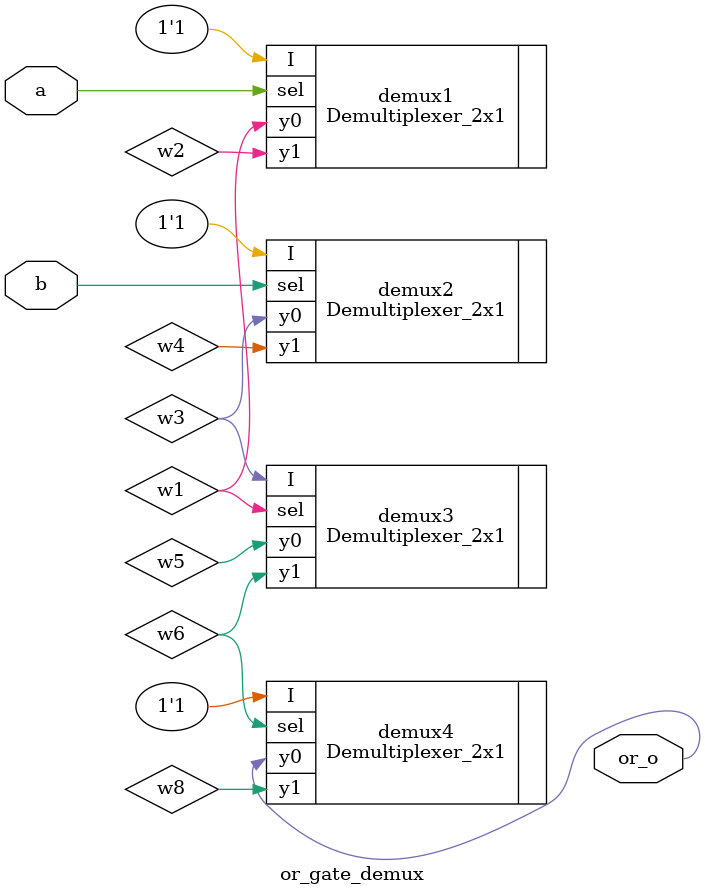
<source format=v>
`timescale 1ns / 1ps
module or_gate_demux(
input a,b,
output or_o
    );
wire w1,w2,w3,w4,w5,w6,w8;

Demultiplexer_2x1 demux1(.I(1'b1),.sel(a),.y0(w1),.y1(w2));
Demultiplexer_2x1 demux2(.I(1'b1),.sel(b),.y0(w3),.y1(w4));

Demultiplexer_2x1 demux3(.I(w3),.sel(w1),.y0(w5),.y1(w6));

Demultiplexer_2x1 demux4(.I(1'b1),.sel(w6),.y0(or_o),.y1(w8));







endmodule

</source>
